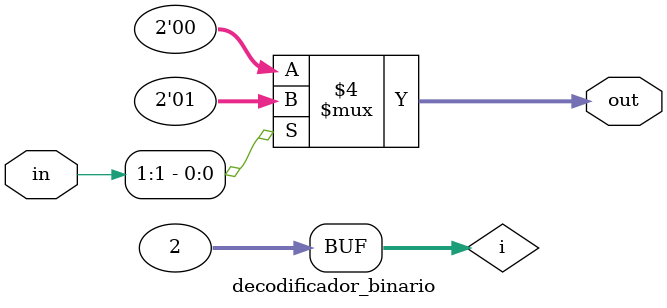
<source format=v>
module decodificador_binario #(parameter N = 4, parameter M = $clog2(N)) (
    input  wire [N-1:0] in,
    output reg  [M-1:0] out
  );

  integer i;
  always @(*)
  begin
    out = 0; // valor default
    for (i = 0; i < M; i = i + 1)
    begin
      if (in[i])
        out = i[M-1:0];
    end
  end
endmodule
</source>
